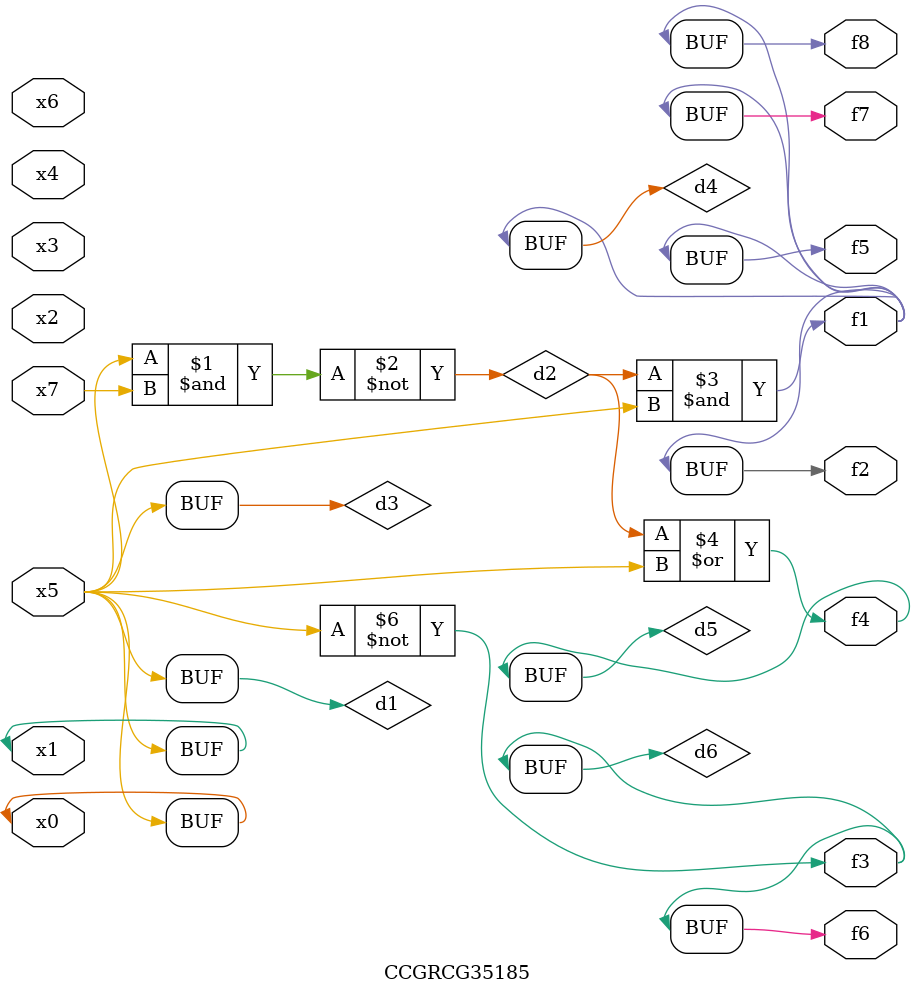
<source format=v>
module CCGRCG35185(
	input x0, x1, x2, x3, x4, x5, x6, x7,
	output f1, f2, f3, f4, f5, f6, f7, f8
);

	wire d1, d2, d3, d4, d5, d6;

	buf (d1, x0, x5);
	nand (d2, x5, x7);
	buf (d3, x0, x1);
	and (d4, d2, d3);
	or (d5, d2, d3);
	nor (d6, d1, d3);
	assign f1 = d4;
	assign f2 = d4;
	assign f3 = d6;
	assign f4 = d5;
	assign f5 = d4;
	assign f6 = d6;
	assign f7 = d4;
	assign f8 = d4;
endmodule

</source>
